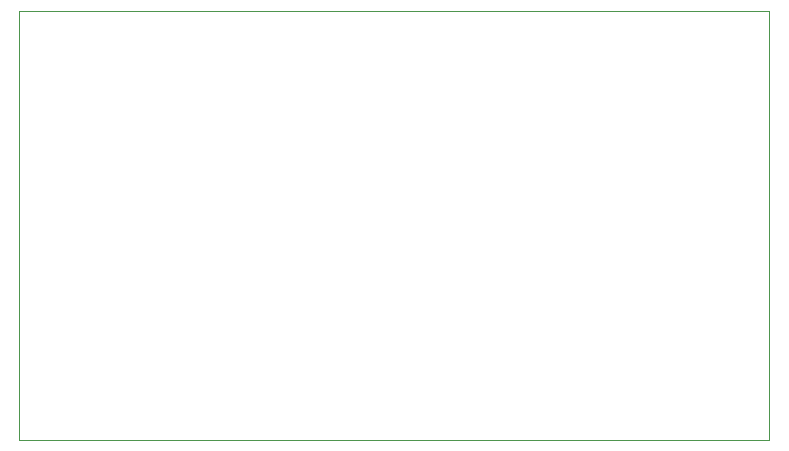
<source format=gbr>
%TF.GenerationSoftware,KiCad,Pcbnew,6.99.0-unknown-3b63ce8a48~154~ubuntu22.04.1*%
%TF.CreationDate,2022-10-12T06:00:40-06:00*%
%TF.ProjectId,PS2_ADB,5053325f-4144-4422-9e6b-696361645f70,rev?*%
%TF.SameCoordinates,Original*%
%TF.FileFunction,Profile,NP*%
%FSLAX46Y46*%
G04 Gerber Fmt 4.6, Leading zero omitted, Abs format (unit mm)*
G04 Created by KiCad (PCBNEW 6.99.0-unknown-3b63ce8a48~154~ubuntu22.04.1) date 2022-10-12 06:00:40*
%MOMM*%
%LPD*%
G01*
G04 APERTURE LIST*
%TA.AperFunction,Profile*%
%ADD10C,0.100000*%
%TD*%
G04 APERTURE END LIST*
D10*
X201000000Y-120100000D02*
X201000000Y-83800000D01*
X137500000Y-83800000D02*
X201000000Y-83800000D01*
X201000000Y-120100000D02*
X137500000Y-120100000D01*
X137500000Y-120100000D02*
X137500000Y-83800000D01*
M02*

</source>
